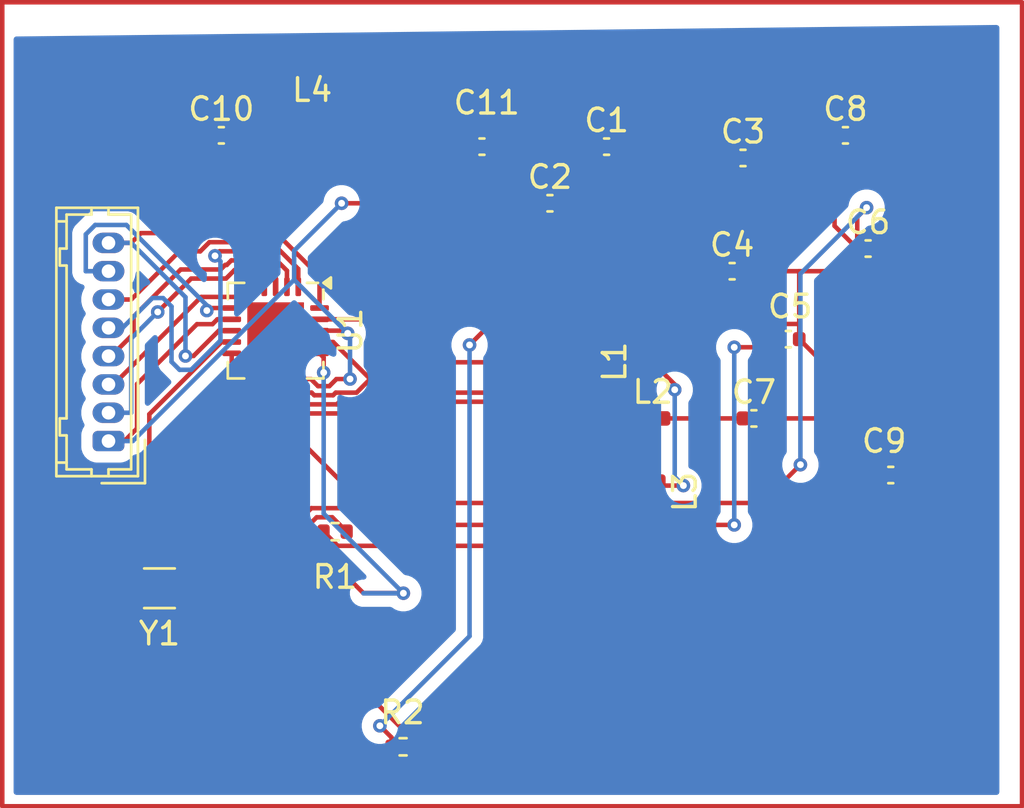
<source format=kicad_pcb>
(kicad_pcb (version 20241229) (generator "pcbnew") (generator_version "9.0")
  (layers (0 "F.Cu" signal) (2 "B.Cu" signal) (13 "F.Paste" user) (15 "B.Paste" user) (5 "F.SilkS" user "F.Silkscreen") (7 "B.SilkS" user "B.Silkscreen") (1 "F.Mask" user) (3 "B.Mask" user) (25 "Edge.Cuts" user))
  (net 0 "")
  (net 1 "VDD")
  (net 2 "GND")
  (net 3 "Net-(U1-DVDD)")
  (net 4 "Net-(U1-XC2)")
  (net 5 "Net-(U1-XC1)")
  (net 6 "Net-(U1-VDD_PA)")
  (net 7 "Net-(C7-Pad2)")
  (net 8 "Net-(C7-Pad1)")
  (net 9 "Net-(C10-Pad1)")
  (net 10 "Net-(AE1-A)")
  (net 11 "Net-(J1-Pin_7)")
  (net 12 "Net-(J1-Pin_5)")
  (net 13 "Net-(J1-Pin_4)")
  (net 14 "Net-(J1-Pin_3)")
  (net 15 "Net-(J1-Pin_6)")
  (net 16 "Net-(J1-Pin_2)")
  (net 17 "Net-(U1-ANT1)")
  (net 18 "Net-(U1-ANT2)")
  (net 19 "Net-(U1-IREF)")
  (footprint "Crystal:Crystal_SMD_3215-2Pin_3.2x1.5mm" (layer "F.Cu") (at 230.4375 122.875 180)
    (property "Reference" "Y1" (at 0 -2 0) (layer "F.SilkS"))
    (property "Value" "16MHz")
    (fp_line (start -0.675 0.875) (end 0.675 0.875) (stroke (width 0.12)) (layer "F.SilkS"))
    (fp_line (start -0.675 -0.875) (end 0.675 -0.875) (stroke (width 0.12)) (layer "F.SilkS"))
    (pad "1" smd rect (at 1.25 0 180) (size 1 1.8) (layers "F.Cu" "F.Mask" "F.Paste") (net 4 "Net-(U1-XC2)"))
    (pad "2" smd rect (at -1.25 0 180) (size 1 1.8) (layers "F.Cu" "F.Mask" "F.Paste") (net 5 "Net-(U1-XC1)"))
  )
  (footprint "Capacitor_SMD:C_0402_1005Metric" (layer "F.Cu") (at 247.6675 105.875)
    (property "Reference" "C2" (at 0 -1.16 0) (layer "F.SilkS"))
    (property "Value" "1n")
    (fp_line (start -0.107836 -0.36) (end 0.107836 -0.36) (stroke (width 0.12)) (layer "F.SilkS"))
    (fp_line (start -0.107836 0.36) (end 0.107836 0.36) (stroke (width 0.12)) (layer "F.SilkS"))
    (pad "1" smd roundrect (at -0.48 0) (size 0.56 0.62) (layers "F.Cu" "F.Mask" "F.Paste") (net 1 "VDD"))
    (pad "2" smd roundrect (at 0.48 0) (size 0.56 0.62) (layers "F.Cu" "F.Mask" "F.Paste") (net 2 "GND"))
  )
  (footprint "Resistor_SMD:R_0402_1005Metric" (layer "F.Cu") (at 238.1875 120.375 180)
    (property "Reference" "R1" (at 0.01 -2 0) (layer "F.SilkS"))
    (property "Value" "22k")
    (fp_line (start -0.153641 0.38) (end 0.153641 0.38) (stroke (width 0.12)) (layer "F.SilkS"))
    (fp_line (start -0.153641 -0.38) (end 0.153641 -0.38) (stroke (width 0.12)) (layer "F.SilkS"))
    (pad "1" smd roundrect (at -0.51 0 180) (size 0.54 0.64) (layers "F.Cu" "F.Mask" "F.Paste") (net 19 "Net-(U1-IREF)"))
    (pad "2" smd roundrect (at 0.51 0 180) (size 0.54 0.64) (layers "F.Cu" "F.Mask" "F.Paste") (net 2 "GND"))
  )
  (footprint "Inductor_SMD:L_0402_1005Metric" (layer "F.Cu") (at 252.2025 115.375)
    (property "Reference" "L2" (at 0 -1.17 0) (layer "F.SilkS"))
    (property "Value" "3n9")
    (pad "1" smd roundrect (at -0.485 0) (size 0.59 0.64) (layers "F.Cu" "F.Mask" "F.Paste") (net 17 "Net-(U1-ANT1)"))
    (pad "2" smd roundrect (at 0.485 0) (size 0.59 0.64) (layers "F.Cu" "F.Mask" "F.Paste") (net 8 "Net-(C7-Pad1)"))
  )
  (footprint "Package_DFN_QFN:QFN-20-1EP_4x4mm_P0.5mm_EP2.5x2.5mm" (layer "F.Cu") (at 235.5625 111.5 -90)
    (property "Reference" "U1" (at 0 -3.3 90) (layer "F.SilkS"))
    (property "Value" "nRF24L01P" (hide yes))
    (fp_line (start -2.11 2.11) (end -2.11 1.385) (stroke (width 0.12)) (layer "F.SilkS"))
    (fp_line (start -1.385 2.11) (end -2.11 2.11) (stroke (width 0.12)) (layer "F.SilkS"))
    (fp_line (start 1.385 2.11) (end 2.11 2.11) (stroke (width 0.12)) (layer "F.SilkS"))
    (fp_line (start 2.11 2.11) (end 2.11 1.385) (stroke (width 0.12)) (layer "F.SilkS"))
    (fp_line (start -2.11 -1.385) (end -2.11 -1.87) (stroke (width 0.12)) (layer "F.SilkS"))
    (fp_line (start -1.385 -2.11) (end -1.81 -2.11) (stroke (width 0.12)) (layer "F.SilkS"))
    (fp_line (start 1.385 -2.11) (end 2.11 -2.11) (stroke (width 0.12)) (layer "F.SilkS"))
    (fp_line (start 2.11 -2.11) (end 2.11 -1.385) (stroke (width 0.12)) (layer "F.SilkS"))
    (fp_poly (pts (xy -2.11 -2.11) (xy -2.35 -2.44) (xy -1.87 -2.44)) (stroke (width 0.12)) (fill yes) (layer "F.SilkS"))
    (pad "1" smd roundrect (at -1.9375 -1 270) (size 0.825 0.25) (layers "F.Cu" "F.Mask" "F.Paste") (net 15 "Net-(J1-Pin_6)"))
    (pad "2" smd roundrect (at -1.9375 -0.5 270) (size 0.825 0.25) (layers "F.Cu" "F.Mask" "F.Paste") (net 12 "Net-(J1-Pin_5)"))
    (pad "3" smd roundrect (at -1.9375 0 270) (size 0.825 0.25) (layers "F.Cu" "F.Mask" "F.Paste") (net 13 "Net-(J1-Pin_4)"))
    (pad "4" smd roundrect (at -1.9375 0.5 270) (size 0.825 0.25) (layers "F.Cu" "F.Mask" "F.Paste") (net 16 "Net-(J1-Pin_2)"))
    (pad "5" smd roundrect (at -1.9375 1 270) (size 0.825 0.25) (layers "F.Cu" "F.Mask" "F.Paste") (net 14 "Net-(J1-Pin_3)"))
    (pad "6" smd roundrect (at -1 1.9375 270) (size 0.25 0.825) (layers "F.Cu" "F.Mask" "F.Paste") (net 11 "Net-(J1-Pin_7)"))
    (pad "7" smd roundrect (at -0.5 1.9375 270) (size 0.25 0.825) (layers "F.Cu" "F.Mask" "F.Paste") (net 1 "VDD"))
    (pad "8" smd roundrect (at 0 1.9375 270) (size 0.25 0.825) (layers "F.Cu" "F.Mask" "F.Paste") (net 2 "GND"))
    (pad "9" smd roundrect (at 0.5 1.9375 270) (size 0.25 0.825) (layers "F.Cu" "F.Mask" "F.Paste") (net 4 "Net-(U1-XC2)"))
    (pad "10" smd roundrect (at 1 1.9375 270) (size 0.25 0.825) (layers "F.Cu" "F.Mask" "F.Paste") (net 5 "Net-(U1-XC1)"))
    (pad "11" smd roundrect (at 1.9375 1 270) (size 0.825 0.25) (layers "F.Cu" "F.Mask" "F.Paste") (net 6 "Net-(U1-VDD_PA)"))
    (pad "12" smd roundrect (at 1.9375 0.5 270) (size 0.825 0.25) (layers "F.Cu" "F.Mask" "F.Paste") (net 17 "Net-(U1-ANT1)"))
    (pad "13" smd roundrect (at 1.9375 0 270) (size 0.825 0.25) (layers "F.Cu" "F.Mask" "F.Paste") (net 18 "Net-(U1-ANT2)"))
    (pad "14" smd roundrect (at 1.9375 -0.5 270) (size 0.825 0.25) (layers "F.Cu" "F.Mask" "F.Paste") (net 2 "GND"))
    (pad "15" smd roundrect (at 1.9375 -1 270) (size 0.825 0.25) (layers "F.Cu" "F.Mask" "F.Paste") (net 1 "VDD"))
    (pad "16" smd roundrect (at 1 -1.9375 270) (size 0.25 0.825) (layers "F.Cu" "F.Mask" "F.Paste") (net 19 "Net-(U1-IREF)"))
    (pad "17" smd roundrect (at 0.5 -1.9375 270) (size 0.25 0.825) (layers "F.Cu" "F.Mask" "F.Paste") (net 2 "GND"))
    (pad "18" smd roundrect (at 0 -1.9375 270) (size 0.25 0.825) (layers "F.Cu" "F.Mask" "F.Paste") (net 1 "VDD"))
    (pad "19" smd roundrect (at -0.5 -1.9375 270) (size 0.25 0.825) (layers "F.Cu" "F.Mask" "F.Paste") (net 3 "Net-(U1-DVDD)"))
    (pad "20" smd roundrect (at -1 -1.9375 270) (size 0.25 0.825) (layers "F.Cu" "F.Mask" "F.Paste") (net 2 "GND"))
    (pad "21" smd rect (at 0 0 270) (size 2.5 2.5) (property pad_prop_heatsink) (layers "F.Cu" "F.Mask"))
  )
  (footprint "Inductor_SMD:L_0402_1005Metric" (layer "F.Cu") (at 252.4525 118.625 -90)
    (property "Reference" "L3" (at 0 -1.17 90) (layer "F.SilkS"))
    (property "Value" "2n7")
    (pad "1" smd roundrect (at -0.485 0 270) (size 0.59 0.64) (layers "F.Cu" "F.Mask" "F.Paste") (net 18 "Net-(U1-ANT2)"))
    (pad "2" smd roundrect (at 0.485 0 270) (size 0.59 0.64) (layers "F.Cu" "F.Mask" "F.Paste") (net 6 "Net-(U1-VDD_PA)"))
  )
  (footprint "Capacitor_SMD:C_0402_1005Metric" (layer "F.Cu") (at 256.6675 115.375)
    (property "Reference" "C7" (at 0 -1.16 0) (layer "F.SilkS"))
    (property "Value" "1p5")
    (fp_line (start -0.107836 -0.36) (end 0.107836 -0.36) (stroke (width 0.12)) (layer "F.SilkS"))
    (fp_line (start -0.107836 0.36) (end 0.107836 0.36) (stroke (width 0.12)) (layer "F.SilkS"))
    (pad "1" smd roundrect (at -0.48 0) (size 0.56 0.62) (layers "F.Cu" "F.Mask" "F.Paste") (net 8 "Net-(C7-Pad1)"))
    (pad "2" smd roundrect (at 0.48 0) (size 0.56 0.62) (layers "F.Cu" "F.Mask" "F.Paste") (net 7 "Net-(C7-Pad2)"))
  )
  (footprint "Capacitor_SMD:C_0402_1005Metric" (layer "F.Cu") (at 258.1875 111.875)
    (property "Reference" "C5" (at 0.08 -1.44 0) (layer "F.SilkS"))
    (property "Value" "22p")
    (fp_line (start -0.107836 -0.36) (end 0.107836 -0.36) (stroke (width 0.12)) (layer "F.SilkS"))
    (fp_line (start -0.107836 0.36) (end 0.107836 0.36) (stroke (width 0.12)) (layer "F.SilkS"))
    (pad "1" smd roundrect (at -0.48 0) (size 0.56 0.62) (layers "F.Cu" "F.Mask" "F.Paste") (net 5 "Net-(U1-XC1)"))
    (pad "2" smd roundrect (at 0.48 0) (size 0.56 0.62) (layers "F.Cu" "F.Mask" "F.Paste") (net 2 "GND"))
  )
  (footprint "Resistor_SMD:R_0402_1005Metric" (layer "F.Cu") (at 241.1875 129.875)
    (property "Reference" "R2" (at -0.03 -1.52 0) (layer "F.SilkS"))
    (property "Value" "10M")
    (fp_line (start -0.153641 -0.38) (end 0.153641 -0.38) (stroke (width 0.12)) (layer "F.SilkS"))
    (fp_line (start -0.153641 0.38) (end 0.153641 0.38) (stroke (width 0.12)) (layer "F.SilkS"))
    (pad "1" smd roundrect (at -0.51 0) (size 0.54 0.64) (layers "F.Cu" "F.Mask" "F.Paste") (net 4 "Net-(U1-XC2)"))
    (pad "2" smd roundrect (at 0.51 0) (size 0.54 0.64) (layers "F.Cu" "F.Mask" "F.Paste") (net 5 "Net-(U1-XC1)"))
  )
  (footprint "Capacitor_SMD:C_0402_1005Metric" (layer "F.Cu") (at 250.1675 103.375)
    (property "Reference" "C1" (at 0 -1.16 0) (layer "F.SilkS"))
    (property "Value" "10n")
    (fp_line (start -0.107836 -0.36) (end 0.107836 -0.36) (stroke (width 0.12)) (layer "F.SilkS"))
    (fp_line (start -0.107836 0.36) (end 0.107836 0.36) (stroke (width 0.12)) (layer "F.SilkS"))
    (pad "1" smd roundrect (at -0.48 0) (size 0.56 0.62) (layers "F.Cu" "F.Mask" "F.Paste") (net 1 "VDD"))
    (pad "2" smd roundrect (at 0.48 0) (size 0.56 0.62) (layers "F.Cu" "F.Mask" "F.Paste") (net 2 "GND"))
  )
  (footprint "Capacitor_SMD:C_0402_1005Metric" (layer "F.Cu") (at 260.7075 102.875)
    (property "Reference" "C8" (at 0 -1.16 0) (layer "F.SilkS"))
    (property "Value" "C_Small")
    (fp_line (start -0.107836 -0.36) (end 0.107836 -0.36) (stroke (width 0.12)) (layer "F.SilkS"))
    (fp_line (start -0.107836 0.36) (end 0.107836 0.36) (stroke (width 0.12)) (layer "F.SilkS"))
    (pad "1" smd roundrect (at -0.48 0) (size 0.56 0.62) (layers "F.Cu" "F.Mask" "F.Paste") (net 6 "Net-(U1-VDD_PA)"))
    (pad "2" smd roundrect (at 0.48 0) (size 0.56 0.62) (layers "F.Cu" "F.Mask" "F.Paste") (net 2 "GND"))
  )
  (footprint "Capacitor_SMD:C_0402_1005Metric" (layer "F.Cu") (at 262.7075 117.875)
    (property "Reference" "C9" (at -0.29 -1.5 0) (layer "F.SilkS"))
    (property "Value" "1p")
    (fp_line (start -0.107836 -0.36) (end 0.107836 -0.36) (stroke (width 0.12)) (layer "F.SilkS"))
    (fp_line (start -0.107836 0.36) (end 0.107836 0.36) (stroke (width 0.12)) (layer "F.SilkS"))
    (pad "1" smd roundrect (at -0.48 0) (size 0.56 0.62) (layers "F.Cu" "F.Mask" "F.Paste") (net 7 "Net-(C7-Pad2)"))
    (pad "2" smd roundrect (at 0.48 0) (size 0.56 0.62) (layers "F.Cu" "F.Mask" "F.Paste") (net 2 "GND"))
  )
  (footprint "Capacitor_SMD:C_0402_1005Metric" (layer "F.Cu") (at 256.1875 103.875)
    (property "Reference" "C3" (at 0 -1.16 0) (layer "F.SilkS"))
    (property "Value" "33n")
    (fp_line (start -0.107836 -0.36) (end 0.107836 -0.36) (stroke (width 0.12)) (layer "F.SilkS"))
    (fp_line (start -0.107836 0.36) (end 0.107836 0.36) (stroke (width 0.12)) (layer "F.SilkS"))
    (pad "1" smd roundrect (at -0.48 0) (size 0.56 0.62) (layers "F.Cu" "F.Mask" "F.Paste") (net 3 "Net-(U1-DVDD)"))
    (pad "2" smd roundrect (at 0.48 0) (size 0.56 0.62) (layers "F.Cu" "F.Mask" "F.Paste") (net 2 "GND"))
  )
  (footprint "Inductor_SMD:L_0402_1005Metric" (layer "F.Cu") (at 237.1725 102.875)
    (property "Reference" "L4" (at 0 -2 0) (layer "F.SilkS"))
    (property "Value" "Lx")
    (pad "1" smd roundrect (at -0.485 0) (size 0.59 0.64) (layers "F.Cu" "F.Mask" "F.Paste") (net 9 "Net-(C10-Pad1)"))
    (pad "2" smd roundrect (at 0.485 0) (size 0.59 0.64) (layers "F.Cu" "F.Mask" "F.Paste") (net 10 "Net-(AE1-A)"))
  )
  (footprint "Capacitor_SMD:C_0402_1005Metric" (layer "F.Cu") (at 261.7075 107.875)
    (property "Reference" "C6" (at 0 -1.16 0) (layer "F.SilkS"))
    (property "Value" "C_Small")
    (fp_line (start -0.107836 -0.36) (end 0.107836 -0.36) (stroke (width 0.12)) (layer "F.SilkS"))
    (fp_line (start -0.107836 0.36) (end 0.107836 0.36) (stroke (width 0.12)) (layer "F.SilkS"))
    (pad "1" smd roundrect (at -0.48 0) (size 0.56 0.62) (layers "F.Cu" "F.Mask" "F.Paste") (net 6 "Net-(U1-VDD_PA)"))
    (pad "2" smd roundrect (at 0.48 0) (size 0.56 0.62) (layers "F.Cu" "F.Mask" "F.Paste") (net 2 "GND"))
  )
  (footprint "Connector_Hirose:Hirose_DF13-08P-1.25DSA_1x08_P1.25mm_Vertical" (layer "F.Cu") (at 228.1875 116.375 90)
    (property "Reference" "J1" (hide yes))
    (property "Value" "Conn_01x08_Pin" (hide yes))
    (fp_line (start 10.3 -2.3) (end -1.55 -2.3) (stroke (width 0.12)) (layer "F.SilkS"))
    (fp_line (start -1.55 -2.3) (end -1.55 1.3) (stroke (width 0.12)) (layer "F.SilkS"))
    (fp_line (start 8.5 -2.15) (end 8.5 -1.85) (stroke (width 0.12)) (layer "F.SilkS"))
    (fp_line (start 7.75 -2.15) (end 8.5 -2.15) (stroke (width 0.12)) (layer "F.SilkS"))
    (fp_line (start 1 -2.15) (end 1 -1.85) (stroke (width 0.12)) (layer "F.SilkS"))
    (fp_line (start 0.25 -2.15) (end 1 -2.15) (stroke (width 0.12)) (layer "F.SilkS"))
    (fp_line (start 10 -1.85) (end 9.7 -1.85) (stroke (width 0.12)) (layer "F.SilkS"))
    (fp_line (start 9.7 -1.85) (end 9.7 -2.3) (stroke (width 0.12)) (layer "F.SilkS"))
    (fp_line (start 8.5 -1.85) (end 9.7 -1.85) (stroke (width 0.12)) (layer "F.SilkS"))
    (fp_line (start 7.75 -1.85) (end 7.75 -2.15) (stroke (width 0.12)) (layer "F.SilkS"))
    (fp_line (start 1 -1.85) (end 7.75 -1.85) (stroke (width 0.12)) (layer "F.SilkS"))
    (fp_line (start 0.25 -1.85) (end 0.25 -2.15) (stroke (width 0.12)) (layer "F.SilkS"))
    (fp_line (start -0.95 -1.85) (end -0.95 -2.3) (stroke (width 0.12)) (layer "F.SilkS"))
    (fp_line (start -0.95 -1.85) (end 0.25 -1.85) (stroke (width 0.12)) (layer "F.SilkS"))
    (fp_line (start -1.25 -1.85) (end -0.95 -1.85) (stroke (width 0.12)) (layer "F.SilkS"))
    (fp_line (start 10.3 -0.75) (end 10 -0.75) (stroke (width 0.12)) (layer "F.SilkS"))
    (fp_line (start 10 -0.75) (end 10 -1.85) (stroke (width 0.12)) (layer "F.SilkS"))
    (fp_line (start -1.25 -0.75) (end -1.25 -1.85) (stroke (width 0.12)) (layer "F.SilkS"))
    (fp_line (start -1.55 -0.75) (end -1.25 -0.75) (stroke (width 0.12)) (layer "F.SilkS"))
    (fp_line (start -1.86 -0.3) (end -1.86 1.61) (stroke (width 0.12)) (layer "F.SilkS"))
    (fp_line (start 10 0) (end 10.3 0) (stroke (width 0.12)) (layer "F.SilkS"))
    (fp_line (start -1.25 0) (end -1.25 1) (stroke (width 0.12)) (layer "F.SilkS"))
    (fp_line (start -1.55 0) (end -1.25 0) (stroke (width 0.12)) (layer "F.SilkS"))
    (fp_line (start 10 1) (end 10 0) (stroke (width 0.12)) (layer "F.SilkS"))
    (fp_line (start -1.25 1) (end 10 1) (stroke (width 0.12)) (layer "F.SilkS"))
    (fp_line (start 10.3 1.3) (end 10.3 -2.3) (stroke (width 0.12)) (layer "F.SilkS"))
    (fp_line (start -1.55 1.3) (end 10.3 1.3) (stroke (width 0.12)) (layer "F.SilkS"))
    (fp_line (start -1.86 1.61) (end 0.05 1.61) (stroke (width 0.12)) (layer "F.SilkS"))
    (pad "1" thru_hole roundrect (at 0 0 90) (size 0.9 1.4) (drill 0.6) (layers "*.Cu" "*.Mask") (net 1 "VDD"))
    (pad "2" thru_hole oval (at 1.25 0 90) (size 0.9 1.4) (drill 0.6) (layers "*.Cu" "*.Mask") (net 16 "Net-(J1-Pin_2)"))
    (pad "3" thru_hole oval (at 2.5 0 90) (size 0.9 1.4) (drill 0.6) (layers "*.Cu" "*.Mask") (net 14 "Net-(J1-Pin_3)"))
    (pad "4" thru_hole oval (at 3.75 0 90) (size 0.9 1.4) (drill 0.6) (layers "*.Cu" "*.Mask") (net 13 "Net-(J1-Pin_4)"))
    (pad "5" thru_hole oval (at 5 0 90) (size 0.9 1.4) (drill 0.6) (layers "*.Cu" "*.Mask") (net 12 "Net-(J1-Pin_5)"))
    (pad "6" thru_hole oval (at 6.25 0 90) (size 0.9 1.4) (drill 0.6) (layers "*.Cu" "*.Mask") (net 15 "Net-(J1-Pin_6)"))
    (pad "7" thru_hole oval (at 7.5 0 90) (size 0.9 1.4) (drill 0.6) (layers "*.Cu" "*.Mask") (net 11 "Net-(J1-Pin_7)"))
    (pad "8" thru_hole oval (at 8.75 0 90) (size 0.9 1.4) (drill 0.6) (layers "*.Cu" "*.Mask") (net 2 "GND"))
  )
  (footprint "Capacitor_SMD:C_0402_1005Metric" (layer "F.Cu") (at 255.7075 108.875)
    (property "Reference" "C4" (at 0 -1.16 0) (layer "F.SilkS"))
    (property "Value" "22p")
    (fp_line (start -0.107836 -0.36) (end 0.107836 -0.36) (stroke (width 0.12)) (layer "F.SilkS"))
    (fp_line (start -0.107836 0.36) (end 0.107836 0.36) (stroke (width 0.12)) (layer "F.SilkS"))
    (pad "1" smd roundrect (at -0.48 0) (size 0.56 0.62) (layers "F.Cu" "F.Mask" "F.Paste") (net 4 "Net-(U1-XC2)"))
    (pad "2" smd roundrect (at 0.48 0) (size 0.56 0.62) (layers "F.Cu" "F.Mask" "F.Paste") (net 2 "GND"))
  )
  (footprint "Capacitor_SMD:C_0402_1005Metric" (layer "F.Cu") (at 244.6675 103.375)
    (property "Reference" "C11" (at 0.21 -1.94 0) (layer "F.SilkS"))
    (property "Value" "Cx")
    (fp_line (start -0.107836 -0.36) (end 0.107836 -0.36) (stroke (width 0.12)) (layer "F.SilkS"))
    (fp_line (start -0.107836 0.36) (end 0.107836 0.36) (stroke (width 0.12)) (layer "F.SilkS"))
    (pad "1" smd roundrect (at -0.48 0) (size 0.56 0.62) (layers "F.Cu" "F.Mask" "F.Paste") (net 10 "Net-(AE1-A)"))
    (pad "2" smd roundrect (at 0.48 0) (size 0.56 0.62) (layers "F.Cu" "F.Mask" "F.Paste") (net 2 "GND"))
  )
  (footprint "Inductor_SMD:L_0402_1005Metric" (layer "F.Cu") (at 251.6875 112.875 90)
    (property "Reference" "L1" (at 0 -1.17 90) (layer "F.SilkS"))
    (property "Value" "8n2")
    (pad "1" smd roundrect (at -0.485 0 90) (size 0.59 0.64) (layers "F.Cu" "F.Mask" "F.Paste") (net 17 "Net-(U1-ANT1)"))
    (pad "2" smd roundrect (at 0.485 0 90) (size 0.59 0.64) (layers "F.Cu" "F.Mask" "F.Paste") (net 18 "Net-(U1-ANT2)"))
  )
  (footprint "Capacitor_SMD:C_0402_1005Metric" (layer "F.Cu") (at 233.1675 102.875)
    (property "Reference" "C10" (at 0 -1.16 0) (layer "F.SilkS"))
    (property "Value" "Cx")
    (fp_line (start -0.107836 -0.36) (end 0.107836 -0.36) (stroke (width 0.12)) (layer "F.SilkS"))
    (fp_line (start -0.107836 0.36) (end 0.107836 0.36) (stroke (width 0.12)) (layer "F.SilkS"))
    (pad "1" smd roundrect (at -0.48 0) (size 0.56 0.62) (layers "F.Cu" "F.Mask" "F.Paste") (net 9 "Net-(C10-Pad1)"))
    (pad "2" smd roundrect (at 0.48 0) (size 0.56 0.62) (layers "F.Cu" "F.Mask" "F.Paste") (net 2 "GND"))
  )
  (gr_rect (start 223.5 97) (end 268.5 132.5) (stroke (width 0.2)) (fill no) (layer "F.Cu"))
  (segment (start 237.4338 113.9508) (end 237.9321 113.9508) (width 0.2) (layer "F.Cu") (net 1))
  (segment (start 232.9892 111) (end 233.625 111) (width 0.2) (layer "F.Cu") (net 1))
  (segment (start 232.775 111.2142) (end 232.9892 111) (width 0.2) (layer "F.Cu") (net 1))
  (segment (start 229.447 113.8583) (end 232.0911 111.2142) (width 0.2) (layer "F.Cu") (net 1))
  (segment (start 237.5 111.5) (end 238.6246 111.5) (width 0.2) (layer "F.Cu") (net 1))
  (segment (start 238.2472 113.6357) (end 238.8458 113.6357) (width 0.2) (layer "F.Cu") (net 1))
  (segment (start 228.888 116.375) (end 228.188 116.375) (width 0.2) (layer "F.Cu") (net 1))
  (segment (start 236.5625 113.4375) (end 236.7607 113.6357) (width 0.2) (layer "F.Cu") (net 1))
  (segment (start 236.7607 113.6357) (end 237.1187 113.6357) (width 0.2) (layer "F.Cu") (net 1))
  (segment (start 232.0911 111.2142) (end 232.775 111.2142) (width 0.2) (layer "F.Cu") (net 1))
  (segment (start 238.6246 111.5) (end 238.7429 111.6183) (width 0.2) (layer "F.Cu") (net 1))
  (segment (start 228.1875 116.375) (end 228.188 116.375) (width 0.2) (layer "F.Cu") (net 1))
  (segment (start 237.9321 113.9508) (end 238.2472 113.6357) (width 0.2) (layer "F.Cu") (net 1))
  (segment (start 237.1187 113.6357) (end 237.4338 113.9508) (width 0.2) (layer "F.Cu") (net 1))
  (segment (start 249.6875 103.375) (end 247.1875 105.875) (width 0.2) (layer "F.Cu") (net 1))
  (segment (start 228.888 116.375) (end 229.447 115.816) (width 0.2) (layer "F.Cu") (net 1))
  (segment (start 247.1875 105.875) (end 238.4737 105.875) (width 0.2) (layer "F.Cu") (net 1))
  (segment (start 229.447 115.816) (end 229.447 113.8583) (width 0.2) (layer "F.Cu") (net 1))
  (via (at 238.8458 113.6357) (size 0.6) (drill 0.3) (layers "F.Cu" "B.Cu") (net 1))
  (via (at 238.7429 111.6183) (size 0.6) (drill 0.3) (layers "F.Cu" "B.Cu") (net 1))
  (via (at 238.4737 105.875) (size 0.6) (drill 0.3) (layers "F.Cu" "B.Cu") (net 1))
  (segment (start 238.8458 113.6357) (end 238.8458 111.7212) (width 0.2) (layer "B.Cu") (net 1))
  (segment (start 238.8458 111.7212) (end 238.7429 111.6183) (width 0.2) (layer "B.Cu") (net 1))
  (segment (start 229.2586 116.375) (end 228.1875 116.375) (width 0.2) (layer "B.Cu") (net 1))
  (segment (start 238.4737 105.875) (end 236.3791 107.9696) (width 0.2) (layer "B.Cu") (net 1))
  (segment (start 236.3791 107.9696) (end 236.3791 109.2545) (width 0.2) (layer "B.Cu") (net 1))
  (segment (start 236.3791 109.2545) (end 229.2586 116.375) (width 0.2) (layer "B.Cu") (net 1))
  (segment (start 236.3791 109.2545) (end 238.7429 111.6183) (width 0.2) (layer "B.Cu") (net 1))
  (segment (start 258.6675 108.875) (end 258.6675 111.2044) (width 0.2) (layer "F.Cu") (net 2))
  (segment (start 260.0611 121.0014) (end 238.3039 121.0014) (width 0.2) (layer "F.Cu") (net 2))
  (segment (start 244.9221 109.1004) (end 237.5 109.1004) (width 0.2) (layer "F.Cu") (net 2))
  (segment (start 229.6216 107.1926) (end 229.1892 107.625) (width 0.2) (layer "F.Cu") (net 2))
  (segment (start 233.0572 111.5) (end 233.625 111.5) (width 0.2) (layer "F.Cu") (net 2))
  (segment (start 250.6475 102.7626) (end 256.6675 102.7626) (width 0.2) (layer "F.Cu") (net 2))
  (segment (start 236.1146 113.957) (end 236.395 114.2374) (width 0.2) (layer "F.Cu") (net 2))
  (segment (start 244.0208 102.2483) (end 234.2742 102.2483) (width 0.2) (layer "F.Cu") (net 2))
  (segment (start 256.6675 108.875) (end 256.6675 103.875) (width 0.2) (layer "F.Cu") (net 2))
  (segment (start 262.1875 107.875) (end 261.1875 108.875) (width 0.2) (layer "F.Cu") (net 2))
  (segment (start 236.395 114.2374) (end 237.1524 114.2374) (width 0.2) (layer "F.Cu") (net 2))
  (segment (start 235.5922 107.1926) (end 229.6216 107.1926) (width 0.2) (layer "F.Cu") (net 2))
  (segment (start 239.7351 113.6362) (end 238.0988 112) (width 0.2) (layer "F.Cu") (net 2))
  (segment (start 256.6675 102.7626) (end 256.6675 102.1955) (width 0.2) (layer "F.Cu") (net 2))
  (segment (start 238.3039 121.0014) (end 237.6775 120.375) (width 0.2) (layer "F.Cu") (net 2))
  (segment (start 263.1875 116.395) (end 258.6675 111.875) (width 0.2) (layer "F.Cu") (net 2))
  (segment (start 237.5 109.1004) (end 235.5922 107.1926) (width 0.2) (layer "F.Cu") (net 2))
  (segment (start 237.2675 114.3525) (end 238.0984 114.3525) (width 0.2) (layer "F.Cu") (net 2))
  (segment (start 248.1475 105.875) (end 244.9221 109.1004) (width 0.2) (layer "F.Cu") (net 2))
  (segment (start 238.0988 112) (end 237.5 112) (width 0.2) (layer "F.Cu") (net 2))
  (segment (start 261.1875 108.875) (end 258.6675 108.875) (width 0.2) (layer "F.Cu") (net 2))
  (segment (start 250.6475 103.375) (end 248.1475 105.875) (width 0.2) (layer "F.Cu") (net 2))
  (segment (start 239.1339 114.2374) (end 239.7351 113.6362) (width 0.2) (layer "F.Cu") (net 2))
  (segment (start 256.6675 108.875) (end 256.1875 108.875) (width 0.2) (layer "F.Cu") (net 2))
  (segment (start 240.4747 112.8966) (end 249.02 112.8966) (width 0.2) (layer "F.Cu") (net 2))
  (segment (start 258.6675 108.875) (end 256.6675 108.875) (width 0.2) (layer "F.Cu") (net 2))
  (segment (start 250.6475 103.375) (end 250.6475 102.7626) (width 0.2) (layer "F.Cu") (net 2))
  (segment (start 260.508 102.1955) (end 261.1875 102.875) (width 0.2) (layer "F.Cu") (net 2))
  (segment (start 238.0984 114.3525) (end 238.2135 114.2374) (width 0.2) (layer "F.Cu") (net 2))
  (segment (start 237.1524 114.2374) (end 237.2675 114.3525) (width 0.2) (layer "F.Cu") (net 2))
  (segment (start 234.2742 102.2483) (end 233.6475 102.875) (width 0.2) (layer "F.Cu") (net 2))
  (segment (start 256.6675 102.1955) (end 260.508 102.1955) (width 0.2) (layer "F.Cu") (net 2))
  (segment (start 263.1875 117.875) (end 260.0611 121.0014) (width 0.2) (layer "F.Cu") (net 2))
  (segment (start 236.1146 113.4896) (end 236.1146 113.957) (width 0.2) (layer "F.Cu") (net 2))
  (segment (start 258.6675 111.2044) (end 258.6675 111.875) (width 0.2) (layer "F.Cu") (net 2))
  (segment (start 249.02 112.8966) (end 250.7122 111.2044) (width 0.2) (layer "F.Cu") (net 2))
  (segment (start 256.6675 103.875) (end 256.6675 102.7626) (width 0.2) (layer "F.Cu") (net 2))
  (segment (start 231.5844 112.6188) (end 231.9384 112.6188) (width 0.2) (layer "F.Cu") (net 2))
  (segment (start 238.2135 114.2374) (end 239.1339 114.2374) (width 0.2) (layer "F.Cu") (net 2))
  (segment (start 239.7351 113.6362) (end 240.4747 112.8966) (width 0.2) (layer "F.Cu") (net 2))
  (segment (start 231.9384 112.6188) (end 233.0572 111.5) (width 0.2) (layer "F.Cu") (net 2))
  (segment (start 228.1875 107.625) (end 229.1892 107.625) (width 0.2) (layer "F.Cu") (net 2))
  (segment (start 237.5 110.5) (end 237.5 109.1004) (width 0.2) (layer "F.Cu") (net 2))
  (segment (start 250.7122 111.2044) (end 258.6675 111.2044) (width 0.2) (layer "F.Cu") (net 2))
  (segment (start 245.1475 103.375) (end 244.0208 102.2483) (width 0.2) (layer "F.Cu") (net 2))
  (segment (start 263.1875 117.875) (end 263.1875 116.395) (width 0.2) (layer "F.Cu") (net 2))
  (segment (start 245.7599 102.7626) (end 245.1475 103.375) (width 0.2) (layer "F.Cu") (net 2))
  (segment (start 236.0625 113.4375) (end 236.1146 113.4896) (width 0.2) (layer "F.Cu") (net 2))
  (segment (start 250.6475 102.7626) (end 245.7599 102.7626) (width 0.2) (layer "F.Cu") (net 2))
  (via (at 231.5844 112.6188) (size 0.6) (drill 0.3) (layers "F.Cu" "B.Cu") (net 2))
  (segment (start 231.5844 110.0202) (end 231.5844 112.6188) (width 0.2) (layer "B.Cu") (net 2))
  (segment (start 228.1875 107.625) (end 229.1892 107.625) (width 0.2) (layer "B.Cu") (net 2))
  (segment (start 229.1892 107.625) (end 231.5844 110.0202) (width 0.2) (layer "B.Cu") (net 2))
  (segment (start 244.5859 111) (end 251.7109 103.875) (width 0.2) (layer "F.Cu") (net 3))
  (segment (start 237.5 111) (end 244.5859 111) (width 0.2) (layer "F.Cu") (net 3))
  (segment (start 251.7109 103.875) (end 255.7075 103.875) (width 0.2) (layer "F.Cu") (net 3))
  (segment (start 229.9892 122.875) (end 229.9892 115.1902) (width 0.2) (layer "F.Cu") (net 4))
  (segment (start 229.1875 122.875) (end 229.5884 122.875) (width 0.2) (layer "F.Cu") (net 4))
  (segment (start 240.1632 128.9478) (end 240.6775 129.4621) (width 0.2) (layer "F.Cu") (net 4))
  (segment (start 229.5884 122.875) (end 236.5884 129.875) (width 0.2) (layer "F.Cu") (net 4))
  (segment (start 247.3762 108.875) (end 244.12 112.1312) (width 0.2) (layer "F.Cu") (net 4))
  (segment (start 229.5884 122.875) (end 229.9892 122.875) (width 0.2) (layer "F.Cu") (net 4))
  (segment (start 255.2275 108.875) (end 247.3762 108.875) (width 0.2) (layer "F.Cu") (net 4))
  (segment (start 236.5884 129.875) (end 240.6775 129.875) (width 0.2) (layer "F.Cu") (net 4))
  (segment (start 240.6775 129.4621) (end 240.6775 129.875) (width 0.2) (layer "F.Cu") (net 4))
  (segment (start 233.1794 112) (end 233.625 112) (width 0.2) (layer "F.Cu") (net 4))
  (segment (start 229.9892 115.1902) (end 233.1794 112) (width 0.2) (layer "F.Cu") (net 4))
  (via (at 240.1632 128.9478) (size 0.6) (drill 0.3) (layers "F.Cu" "B.Cu") (net 4))
  (via (at 244.12 112.1312) (size 0.6) (drill 0.3) (layers "F.Cu" "B.Cu") (net 4))
  (segment (start 244.12 112.1312) (end 244.12 124.991) (width 0.2) (layer "B.Cu") (net 4))
  (segment (start 244.12 124.991) (end 240.1632 128.9478) (width 0.2) (layer "B.Cu") (net 4))
  (segment (start 233.625 122.875) (end 233.625 119.7405) (width 0.2) (layer "F.Cu") (net 5))
  (segment (start 238.6525 119.3388) (end 237.1405 119.3388) (width 0.2) (layer "F.Cu") (net 5))
  (segment (start 236.9051 119.5742) (end 236.7388 119.7405) (width 0.2) (layer "F.Cu") (net 5))
  (segment (start 239.3906 120.0769) (end 238.6525 119.3388) (width 0.2) (layer "F.Cu") (net 5))
  (segment (start 237.1405 119.3388) (end 236.9051 119.5742) (width 0.2) (layer "F.Cu") (net 5))
  (segment (start 241.6975 129.875) (end 241.6975 129.6312) (width 0.2) (layer "F.Cu") (net 5))
  (segment (start 234.9413 122.875) (end 233.625 122.875) (width 0.2) (layer "F.Cu") (net 5))
  (segment (start 233.625 119.7405) (end 233.625 112.5) (width 0.2) (layer "F.Cu") (net 5))
  (segment (start 241.6975 129.6312) (end 234.9413 122.875) (width 0.2) (layer "F.Cu") (net 5))
  (segment (start 231.6875 122.875) (end 232.0884 122.875) (width 0.2) (layer "F.Cu") (net 5))
  (segment (start 236.7388 119.7405) (end 233.625 119.7405) (width 0.2) (layer "F.Cu") (net 5))
  (segment (start 257.3491 112.2334) (end 257.7075 111.875) (width 0.2) (layer "F.Cu") (net 5))
  (segment (start 236.9051 119.5742) (end 236.7388 119.7405) (width 0.2) (layer "F.Cu") (net 5))
  (segment (start 255.8 120.0769) (end 239.3906 120.0769) (width 0.2) (layer "F.Cu") (net 5))
  (segment (start 232.0884 122.875) (end 233.625 122.875) (width 0.2) (layer "F.Cu") (net 5))
  (segment (start 255.8 112.2334) (end 257.3491 112.2334) (width 0.2) (layer "F.Cu") (net 5))
  (via (at 255.8 120.0769) (size 0.6) (drill 0.3) (layers "F.Cu" "B.Cu") (net 5))
  (via (at 255.8 112.2334) (size 0.6) (drill 0.3) (layers "F.Cu" "B.Cu") (net 5))
  (segment (start 255.8 120.0769) (end 255.8 112.2334) (width 0.2) (layer "B.Cu") (net 5))
  (segment (start 239.4022 119.11) (end 252.4525 119.11) (width 0.2) (layer "F.Cu") (net 6))
  (segment (start 261.64 106.0687) (end 261.2275 106.4812) (width 0.2) (layer "F.Cu") (net 6))
  (segment (start 260.2276 102.875) (end 260.2275 102.875) (width 0.2) (layer "F.Cu") (net 6))
  (segment (start 260.2276 106.8751) (end 260.2276 102.875) (width 0.2) (layer "F.Cu") (net 6))
  (segment (start 261.2275 106.4812) (end 261.2275 107.875) (width 0.2) (layer "F.Cu") (net 6))
  (segment (start 252.4525 119.11) (end 257.0287 119.11) (width 0.2) (layer "F.Cu") (net 6))
  (segment (start 257.0287 119.11) (end 258.72 117.4187) (width 0.2) (layer "F.Cu") (net 6))
  (segment (start 234.5625 113.4375) (end 234.5625 114.2703) (width 0.2) (layer "F.Cu") (net 6))
  (segment (start 261.2275 107.875) (end 260.2276 106.8751) (width 0.2) (layer "F.Cu") (net 6))
  (segment (start 234.5625 114.2703) (end 239.4022 119.11) (width 0.2) (layer "F.Cu") (net 6))
  (via (at 261.64 106.0687) (size 0.6) (drill 0.3) (layers "F.Cu" "B.Cu") (net 6))
  (via (at 258.72 117.4187) (size 0.6) (drill 0.3) (layers "F.Cu" "B.Cu") (net 6))
  (segment (start 258.72 108.9887) (end 261.64 106.0687) (width 0.2) (layer "B.Cu") (net 6))
  (segment (start 258.72 117.4187) (end 258.72 108.9887) (width 0.2) (layer "B.Cu") (net 6))
  (segment (start 259.7275 115.375) (end 262.2275 117.875) (width 0.2) (layer "F.Cu") (net 7))
  (segment (start 257.1475 115.375) (end 259.7275 115.375) (width 0.2) (layer "F.Cu") (net 7))
  (segment (start 256.1875 115.375) (end 252.6875 115.375) (width 0.2) (layer "F.Cu") (net 8))
  (segment (start 233.3135 103.501) (end 236.0615 103.501) (width 0.2) (layer "F.Cu") (net 9))
  (segment (start 236.0615 103.501) (end 236.6875 102.875) (width 0.2) (layer "F.Cu") (net 9))
  (segment (start 232.6875 102.875) (end 233.3135 103.501) (width 0.2) (layer "F.Cu") (net 9))
  (segment (start 243.6875 102.875) (end 244.1875 103.375) (width 0.2) (layer "F.Cu") (net 10))
  (segment (start 237.6575 102.875) (end 243.6875 102.875) (width 0.2) (layer "F.Cu") (net 10))
  (segment (start 232.6383 110.5) (end 232.5258 110.6125) (width 0.2) (layer "F.Cu") (net 11))
  (segment (start 233.625 110.5) (end 232.6383 110.5) (width 0.2) (layer "F.Cu") (net 11))
  (via (at 232.5258 110.6125) (size 0.6) (drill 0.3) (layers "F.Cu" "B.Cu") (net 11))
  (segment (start 232.5258 110.3831) (end 232.5258 110.6125) (width 0.2) (layer "B.Cu") (net 11))
  (segment (start 227.1858 108.875) (end 227.1858 107.2482) (width 0.2) (layer "B.Cu") (net 11))
  (segment (start 227.1858 107.2482) (end 227.6015 106.8325) (width 0.2) (layer "B.Cu") (net 11))
  (segment (start 228.1875 108.875) (end 227.1858 108.875) (width 0.2) (layer "B.Cu") (net 11))
  (segment (start 227.6015 106.8325) (end 228.9752 106.8325) (width 0.2) (layer "B.Cu") (net 11))
  (segment (start 228.9752 106.8325) (end 232.5258 110.3831) (width 0.2) (layer "B.Cu") (net 11))
  (segment (start 232.8876 108.1968) (end 233.0884 107.996) (width 0.2) (layer "F.Cu") (net 12))
  (segment (start 236.0625 108.8518) (end 236.0625 109.5625) (width 0.2) (layer "F.Cu") (net 12))
  (segment (start 235.2067 107.996) (end 236.0625 108.8518) (width 0.2) (layer "F.Cu") (net 12))
  (segment (start 233.0884 107.996) (end 235.2067 107.996) (width 0.2) (layer "F.Cu") (net 12))
  (via (at 232.8876 108.1968) (size 0.6) (drill 0.3) (layers "F.Cu" "B.Cu") (net 12))
  (segment (start 231.3228 113.2291) (end 231.8329 113.2291) (width 0.2) (layer "B.Cu") (net 12))
  (segment (start 233.1275 108.4367) (end 232.8876 108.1968) (width 0.2) (layer "B.Cu") (net 12))
  (segment (start 233.1275 111.9345) (end 233.1275 108.4367) (width 0.2) (layer "B.Cu") (net 12))
  (segment (start 230.9691 110.4332) (end 230.9691 112.8754) (width 0.2) (layer "B.Cu") (net 12))
  (segment (start 231.8329 113.2291) (end 233.1275 111.9345) (width 0.2) (layer "B.Cu") (net 12))
  (segment (start 228.8096 111.375) (end 230.1243 110.0603) (width 0.2) (layer "B.Cu") (net 12))
  (segment (start 230.5962 110.0603) (end 230.9691 110.4332) (width 0.2) (layer "B.Cu") (net 12))
  (segment (start 228.1875 111.375) (end 228.8096 111.375) (width 0.2) (layer "B.Cu") (net 12))
  (segment (start 230.9691 112.8754) (end 231.3228 113.2291) (width 0.2) (layer "B.Cu") (net 12))
  (segment (start 230.1243 110.0603) (end 230.5962 110.0603) (width 0.2) (layer "B.Cu") (net 12))
  (segment (start 233.6081 108.3977) (end 235.0014 108.3977) (width 0.2) (layer "F.Cu") (net 13))
  (segment (start 228.1875 112.625) (end 228.3043 112.625) (width 0.2) (layer "F.Cu") (net 13))
  (segment (start 228.3043 112.625) (end 229.2948 111.6345) (width 0.2) (layer "F.Cu") (net 13))
  (segment (start 233.1368 108.7985) (end 233.3368 108.5985) (width 0.2) (layer "F.Cu") (net 13))
  (segment (start 235.5625 108.9588) (end 235.5625 109.5625) (width 0.2) (layer "F.Cu") (net 13))
  (segment (start 233.3368 108.5985) (end 233.4073 108.5985) (width 0.2) (layer "F.Cu") (net 13))
  (segment (start 229.2948 111.6345) (end 229.2948 110.8781) (width 0.2) (layer "F.Cu") (net 13))
  (segment (start 233.4073 108.5985) (end 233.6081 108.3977) (width 0.2) (layer "F.Cu") (net 13))
  (segment (start 235.0014 108.3977) (end 235.5625 108.9588) (width 0.2) (layer "F.Cu") (net 13))
  (segment (start 231.3744 108.7985) (end 233.1368 108.7985) (width 0.2) (layer "F.Cu") (net 13))
  (segment (start 229.2948 110.8781) (end 231.3744 108.7985) (width 0.2) (layer "F.Cu") (net 13))
  (segment (start 232.2767 110.0108) (end 228.438 113.8495) (width 0.2) (layer "F.Cu") (net 14))
  (segment (start 228.438 113.8495) (end 228.438 113.875) (width 0.2) (layer "F.Cu") (net 14))
  (segment (start 228.438 113.875) (end 228.188 113.625) (width 0.2) (layer "F.Cu") (net 14))
  (segment (start 228.438 113.875) (end 228.1875 113.875) (width 0.2) (layer "F.Cu") (net 14))
  (segment (start 234.5625 109.5625) (end 234.1142 110.0108) (width 0.2) (layer "F.Cu") (net 14))
  (segment (start 234.1142 110.0108) (end 232.2767 110.0108) (width 0.2) (layer "F.Cu") (net 14))
  (segment (start 236.5625 108.7762) (end 235.3806 107.5943) (width 0.2) (layer "F.Cu") (net 15))
  (segment (start 232.2377 107.9959) (end 232.2377 107.996) (width 0.2) (layer "F.Cu") (net 15))
  (segment (start 235.3806 107.5943) (end 232.6393 107.5943) (width 0.2) (layer "F.Cu") (net 15))
  (segment (start 232.2377 107.996) (end 231.3182 107.996) (width 0.2) (layer "F.Cu") (net 15))
  (segment (start 236.5625 109.5625) (end 236.5625 108.7762) (width 0.2) (layer "F.Cu") (net 15))
  (segment (start 231.3182 107.996) (end 229.1892 110.125) (width 0.2) (layer "F.Cu") (net 15))
  (segment (start 232.6393 107.5943) (end 232.2377 107.9959) (width 0.2) (layer "F.Cu") (net 15))
  (segment (start 228.1875 110.125) (end 229.1892 110.125) (width 0.2) (layer "F.Cu") (net 15))
  (segment (start 234.7859 108.8248) (end 235.0625 109.1014) (width 0.2) (layer "F.Cu") (net 16))
  (segment (start 230.3599 110.6758) (end 231.8355 109.2002) (width 0.2) (layer "F.Cu") (net 16))
  (segment (start 230.3592 110.6765) (end 230.3599 110.6758) (width 0.2) (layer "F.Cu") (net 16))
  (segment (start 228.688 114.875) (end 228.438 114.875) (width 0.2) (layer "F.Cu") (net 16))
  (segment (start 233.749 108.8248) (end 234.7859 108.8248) (width 0.2) (layer "F.Cu") (net 16))
  (segment (start 228.438 114.875) (end 228.4375 114.875) (width 0.2) (layer "F.Cu") (net 16))
  (segment (start 233.3736 109.2002) (end 233.749 108.8248) (width 0.2) (layer "F.Cu") (net 16))
  (segment (start 231.8355 109.2002) (end 233.3736 109.2002) (width 0.2) (layer "F.Cu") (net 16))
  (segment (start 228.4375 114.875) (end 228.1875 115.125) (width 0.2) (layer "F.Cu") (net 16))
  (segment (start 235.0625 109.1014) (end 235.0625 109.5625) (width 0.2) (layer "F.Cu") (net 16))
  (segment (start 230.3599 110.6758) (end 230.3592 110.6765) (width 0.2) (layer "F.Cu") (net 16))
  (segment (start 228.438 114.875) (end 228.188 114.875) (width 0.2) (layer "F.Cu") (net 16))
  (via (at 230.3599 110.6758) (size 0.6) (drill 0.3) (layers "F.Cu" "B.Cu") (net 16))
  (segment (start 228.1875 115.125) (end 229.1892 115.125) (width 0.2) (layer "B.Cu") (net 16))
  (segment (start 230.3592 110.6765) (end 230.3599 110.6758) (width 0.2) (layer "B.Cu") (net 16))
  (segment (start 229.1892 115.125) (end 229.1892 111.8465) (width 0.2) (layer "B.Cu") (net 16))
  (segment (start 230.3599 110.6758) (end 230.3592 110.6765) (width 0.2) (layer "B.Cu") (net 16))
  (segment (start 229.1892 111.8465) (end 230.3599 110.6758) (width 0.2) (layer "B.Cu") (net 16))
  (segment (start 239.814 114.8054) (end 239.9803 114.6391) (width 0.2) (layer "F.Cu") (net 17))
  (segment (start 239.4635 115.1559) (end 239.814 114.8054) (width 0.2) (layer "F.Cu") (net 17))
  (segment (start 251.6875 113.36) (end 251.6875 114.6391) (width 0.2) (layer "F.Cu") (net 17))
  (segment (start 251.6875 115.345) (end 251.7175 115.375) (width 0.2) (layer "F.Cu") (net 17))
  (segment (start 235.0625 114.1872) (end 236.0312 115.1559) (width 0.2) (layer "F.Cu") (net 17))
  (segment (start 236.0312 115.1559) (end 239.4635 115.1559) (width 0.2) (layer "F.Cu") (net 17))
  (segment (start 239.814 114.8054) (end 239.9803 114.6391) (width 0.2) (layer "F.Cu") (net 17))
  (segment (start 235.0625 113.4375) (end 235.0625 114.1872) (width 0.2) (layer "F.Cu") (net 17))
  (segment (start 251.6875 114.6391) (end 251.6875 115.345) (width 0.2) (layer "F.Cu") (net 17))
  (segment (start 239.9803 114.6391) (end 251.6875 114.6391) (width 0.2) (layer "F.Cu") (net 17))
  (segment (start 252.6534 118.3409) (end 252.4525 118.14) (width 0.2) (layer "F.Cu") (net 18))
  (segment (start 253.1741 113.8766) (end 253.1741 114.1084) (width 0.2) (layer "F.Cu") (net 18))
  (segment (start 251.6875 112.39) (end 253.1741 113.8766) (width 0.2) (layer "F.Cu") (net 18))
  (segment (start 238.3798 114.6391) (end 239.4123 114.6391) (width 0.2) (layer "F.Cu") (net 18))
  (segment (start 253.5566 118.3409) (end 252.6534 118.3409) (width 0.2) (layer "F.Cu") (net 18))
  (segment (start 235.5625 113.4375) (end 235.5625 114.0396) (width 0.2) (layer "F.Cu") (net 18))
  (segment (start 236.2771 114.7542) (end 238.2647 114.7542) (width 0.2) (layer "F.Cu") (net 18))
  (segment (start 235.5625 114.0396) (end 236.2771 114.7542) (width 0.2) (layer "F.Cu") (net 18))
  (segment (start 249.8401 114.2374) (end 251.6875 112.39) (width 0.2) (layer "F.Cu") (net 18))
  (segment (start 238.2647 114.7542) (end 238.3798 114.6391) (width 0.2) (layer "F.Cu") (net 18))
  (segment (start 239.814 114.2374) (end 249.8401 114.2374) (width 0.2) (layer "F.Cu") (net 18))
  (segment (start 239.4123 114.6391) (end 239.814 114.2374) (width 0.2) (layer "F.Cu") (net 18))
  (via (at 253.5566 118.3409) (size 0.6) (drill 0.3) (layers "F.Cu" "B.Cu") (net 18))
  (via (at 253.1741 114.1084) (size 0.6) (drill 0.3) (layers "F.Cu" "B.Cu") (net 18))
  (segment (start 253.1741 114.1084) (end 253.1741 117.9584) (width 0.2) (layer "B.Cu") (net 18))
  (segment (start 253.1741 117.9584) (end 253.5566 118.3409) (width 0.2) (layer "B.Cu") (net 18))
  (segment (start 237.6829 112.6829) (end 237.6829 113.3491) (width 0.2) (layer "F.Cu") (net 19))
  (segment (start 237.3737 119.7405) (end 237.1053 120.0089) (width 0.2) (layer "F.Cu") (net 19))
  (segment (start 237.6829 113.1409) (end 237.6829 113.3491) (width 0.2) (layer "F.Cu") (net 19))
  (segment (start 238.6975 120.375) (end 238.063 119.7405) (width 0.2) (layer "F.Cu") (net 19))
  (segment (start 237.6829 113.3491) (end 237.6829 113.1409) (width 0.2) (layer "F.Cu") (net 19))
  (segment (start 237.1053 120.0089) (end 237.1053 120.7587) (width 0.2) (layer "F.Cu") (net 19))
  (segment (start 238.063 119.7405) (end 237.3737 119.7405) (width 0.2) (layer "F.Cu") (net 19))
  (segment (start 237.1053 120.7587) (end 239.4403 123.0937) (width 0.2) (layer "F.Cu") (net 19))
  (segment (start 239.4403 123.0937) (end 241.2 123.0937) (width 0.2) (layer "F.Cu") (net 19))
  (segment (start 241.2 123.0937) (end 239.4403 123.0937) (width 0.2) (layer "F.Cu") (net 19))
  (segment (start 237.5 112.5) (end 237.6829 112.6829) (width 0.2) (layer "F.Cu") (net 19))
  (segment (start 239.4403 123.0937) (end 241.2 123.0937) (width 0.2) (layer "F.Cu") (net 19))
  (via (at 237.6829 113.3491) (size 0.6) (drill 0.3) (layers "F.Cu" "B.Cu") (net 19))
  (via (at 241.2 123.0937) (size 0.6) (drill 0.3) (layers "F.Cu" "B.Cu") (net 19))
  (segment (start 241.2 123.0937) (end 239.4403 123.0937) (width 0.2) (layer "B.Cu") (net 19))
  (segment (start 237.6829 113.3491) (end 237.6829 113.1409) (width 0.2) (layer "B.Cu") (net 19))
  (segment (start 237.6829 119.5766) (end 241.2 123.0937) (width 0.2) (layer "B.Cu") (net 19))
  (segment (start 239.4403 123.0937) (end 241.2 123.0937) (width 0.2) (layer "B.Cu") (net 19))
  (segment (start 237.6829 113.1409) (end 237.6829 113.3491) (width 0.2) (layer "B.Cu") (net 19))
  (segment (start 237.6829 113.3491) (end 237.6829 119.5766) (width 0.2) (layer "B.Cu") (net 19))
  (zone (net 0) (net_name "") (layer "B.Cu") (connect_pads (clearance 0.5)) (min_thickness 0.25) (fill yes (thermal_gap 0.5) (thermal_bridge_width 0.5) (island_removal_mode 1) (island_area_min 10))
    (polygon (pts (xy 224 98.511765) (xy 224 132) (xy 267.5 132) (xy 267.5 98)))
  )
)
</source>
